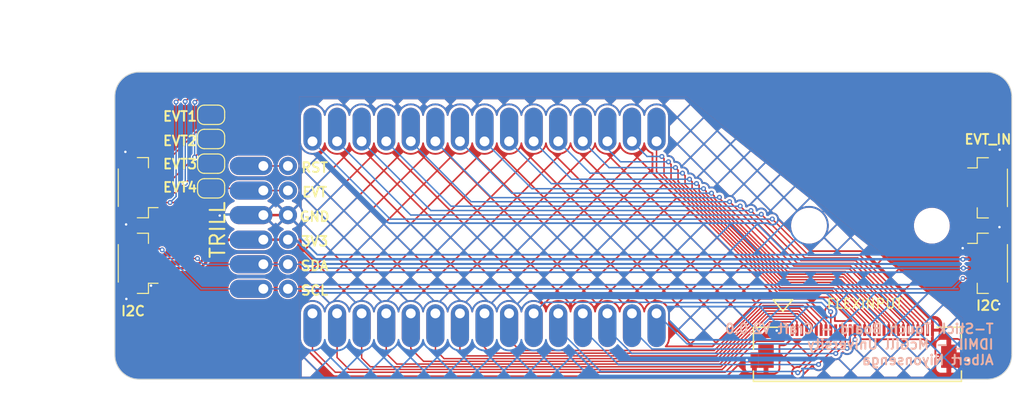
<source format=kicad_pcb>
(kicad_pcb (version 20221018) (generator pcbnew)
  (layers (0 "F.Cu" signal) (31 "B.Cu" signal) (34 "B.Paste" user) (35 "F.Paste" user) (36 "B.SilkS" user "B.Silkscreen") (37 "F.SilkS" user "F.Silkscreen") (38 "B.Mask" user) (39 "F.Mask" user) (44 "Edge.Cuts" user))
  (net 0 "")
  (net 1 "GND")
  (net 2 "/TOUCH0")
  (net 3 "/TOUCH1")
  (net 4 "/TOUCH2")
  (net 5 "/TOUCH3")
  (net 6 "/TOUCH4")
  (net 7 "/TOUCH5")
  (net 8 "/TOUCH6")
  (net 9 "/TOUCH7")
  (net 10 "/TOUCH8")
  (net 11 "/TOUCH9")
  (net 12 "/TOUCH10")
  (net 13 "/TOUCH11")
  (net 14 "/TOUCH12")
  (net 15 "/TOUCH13")
  (net 16 "/TOUCH14")
  (net 17 "/TOUCH15")
  (net 18 "/TOUCH16")
  (net 19 "/TOUCH17")
  (net 20 "/TOUCH18")
  (net 21 "/TOUCH19")
  (net 22 "/TOUCH20")
  (net 23 "/TOUCH21")
  (net 24 "/TOUCH22")
  (net 25 "/TOUCH23")
  (net 26 "/TOUCH24")
  (net 27 "/TOUCH25")
  (net 28 "/TOUCH26")
  (net 29 "/TOUCH27")
  (net 30 "/TOUCH28")
  (net 31 "/TOUCH29")
  (net 32 "/TRILL_EVT")
  (net 33 "/EVT1")
  (net 34 "/EVT2")
  (net 35 "/EVT3")
  (net 36 "/EVT4")
  (net 37 "+3V3")
  (net 38 "/SDA")
  (net 39 "/SCL")
  (net 40 "unconnected-(U1-RST-Pad30)")
  (footprint "JST Connectors:JST_SH_BM04B-SRSS-TB_1x04-1MP_P1.00mm_Vertical" (layer "F.Cu") (at 140.8 93.225 90)
    (fp_text reference "INT1" hide)
    (fp_text value "Conn_01x04")
  )
  (footprint "Jumper:SolderJumper-2_P1.3mm_Open_RoundedPad1.0x1.5mm" (layer "F.Cu") (at 148.385 90.743 180)
    (fp_text reference "JP3" hide)
    (fp_text value "SolderJumper_2_Open" hide)
  )
  (footprint "JST Connectors:JST_SH_BM04B-SRSS-TB_1x04-1MP_P1.00mm_Vertical" (layer "F.Cu") (at 228.685 93.243 -90)
    (fp_text reference "INT2" hide)
    (fp_text value "Conn_01x04")
  )
  (footprint "ffc_footprints:CON_541323262_MOL" (layer "F.Cu") (at 215.189985 110.447993)
    (fp_text reference "J1" hide)
    (fp_text value "Conn_01x32")
  )
  (footprint "MountingHole:MountingHole_3.2mm_M3_DIN965" (layer "F.Cu") (at 222.885 97.155)
    (fp_text reference "H1" hide)
    (fp_text value "MountingHole" hide)
  )
  (footprint "trill-footprints:Trill-Craft-Headers" (layer "F.Cu") (at 176.6458 97.33)
    (fp_text reference "U1" hide)
    (fp_text value "Trill_Craft" hide)
  )
  (footprint "JST Connectors:JST_SH_BM04B-SRSS-TB_1x04-1MP_P1.00mm_Vertical" (layer "F.Cu") (at 228.685 101.043 -90)
    (fp_text reference "I2C2" hide)
    (fp_text value "Conn_01x04")
  )
  (footprint "Jumper:SolderJumper-2_P1.3mm_Open_RoundedPad1.0x1.5mm" (layer "F.Cu") (at 148.385 85.693 180)
    (fp_text reference "JP1" hide)
    (fp_text value "SolderJumper_2_Open" hide)
  )
  (footprint "Jumper:SolderJumper-2_P1.3mm_Open_RoundedPad1.0x1.5mm" (layer "F.Cu") (at 148.385 93.293 180)
    (fp_text reference "JP4" hide)
    (fp_text value "SolderJumper_2_Open" hide)
  )
  (footprint "MountingHole:MountingHole_3.2mm_M3_DIN965" (layer "F.Cu") (at 210.185 97.155)
    (fp_text reference "H2" hide)
    (fp_text value "MountingHole")
  )
  (footprint "JST Connectors:JST_SH_BM04B-SRSS-TB_1x04-1MP_P1.00mm_Vertical" (layer "F.Cu") (at 140.8 101.046 90)
    (fp_text reference "I2C1" hide)
    (fp_text value "Conn_01x04")
  )
  (footprint "Jumper:SolderJumper-2_P1.3mm_Open_RoundedPad1.0x1.5mm" (layer "F.Cu") (at 148.385 88.193 180)
    (fp_text reference "JP2" hide)
    (fp_text value "SolderJumper_2_Open" hide)
  )
  (gr_arc (start 140.97 113.03) (mid 139.173949 112.286051) (end 138.43 110.49) (stroke (width 0.1)) (layer "Edge.Cuts"))
  (gr_line (start 231.14 110.49) (end 231.14 83.82) (stroke (width 0.1)) (layer "Edge.Cuts"))
  (gr_arc (start 231.14 110.49) (mid 230.396051 112.286051) (end 228.6 113.03) (stroke (width 0.1)) (layer "Edge.Cuts"))
  (gr_arc (start 228.6 81.28) (mid 230.396051 82.023949) (end 231.14 83.82) (stroke (width 0.1)) (layer "Edge.Cuts"))
  (gr_line (start 138.43 110.49) (end 138.43 83.82) (stroke (width 0.1)) (layer "Edge.Cuts"))
  (gr_arc (start 138.43 83.82) (mid 139.173949 82.023949) (end 140.97 81.28) (stroke (width 0.1)) (layer "Edge.Cuts"))
  (gr_line (start 228.6 81.28) (end 140.97 81.28) (stroke (width 0.1)) (layer "Edge.Cuts"))
  (gr_line (start 140.97 113.03) (end 228.6 113.03) (stroke (width 0.1)) (layer "Edge.Cuts"))
  (gr_text "T-Stick Touch Board - Craft V2.0.0\nIDMIL - McGill University\nAlbert Niyonsenga" (at 229.375 109.425) (layer "B.SilkS") (effects (font (size 1 1) (thickness 0.2) bold) (justify left mirror)))
  (gr_text "I2C" (at 228.685 105.41) (layer "F.SilkS") (effects (font (size 1 1) (thickness 0.2) bold)))
  (gr_text "EVT1" (at 143.305 86.443) (layer "F.SilkS") (effects (font (size 1 1) (thickness 0.2) bold) (justify left bottom)))
  (gr_text "TRILL" (at 149.06 97.593 90) (layer "F.SilkS") (effects (font (size 1.524 1.524) (thickness 0.2032))))
  (gr_text "EVT4" (at 143.305 93.773) (layer "F.SilkS") (effects (font (size 1 1) (thickness 0.2) bold) (justify left bottom)))
  (gr_text "EVT3" (at 143.305 91.368) (layer "F.SilkS") (effects (font (size 1 1) (thickness 0.2) bold) (justify left bottom)))
  (gr_text "EVT2" (at 143.305 88.968) (layer "F.SilkS") (effects (font (size 1 1) (thickness 0.2) bold) (justify left bottom)))
  (gr_text "FLEXINPUT" (at 215.95 105.225) (layer "F.SilkS") (effects (font (size 1 1))))
  (gr_text "EVT_IN" (at 228.685 88.23) (layer "F.SilkS") (effects (font (size 1 1) (thickness 0.2) bold)))
  (gr_text "I2C" (at 140.31 105.98) (layer "F.SilkS") (effects (font (size 1 1) (thickness 0.2) bold)))
  (segment (start 139.5048 90.459) (end 139.525 90.4388) (width 0.254) (layer "F.Cu") (net 1))
  (segment (start 229.87 96.058) (end 229.87 97.3) (width 0.254) (layer "F.Cu") (net 1))
  (segment (start 139.625 104.725) (end 139.625 103.871) (width 0.254) (layer "F.Cu") (net 1))
  (segment (start 227.36 99.543) (end 226.138 99.543) (width 0.254) (layer "F.Cu") (net 1))
  (segment (start 203.759593 111.049593) (end 204.539985 111.049593) (width 0.254) (layer "F.Cu") (net 1))
  (segment (start 229.845 105.25) (end 229.845 103.883) (width 0.254) (layer "F.Cu") (net 1))
  (segment (start 229.885 97.315) (end 229.885 98.243) (width 0.254) (layer "F.Cu") (net 1))
  (segment (start 226.65 111.049593) (end 225.839985 111.049593) (width 0.254) (layer "F.Cu") (net 1))
  (segment (start 229.885 96.043) (end 229.87 96.058) (width 0.254) (layer "F.Cu") (net 1))
  (segment (start 139.6 98.246) (end 139.6 96.059) (width 0.254) (layer "F.Cu") (net 1))
  (segment (start 207.440001 107.95) (end 206.9 107.95) (width 0.254) (layer "F.Cu") (net 1))
  (segment (start 229.895 89.3) (end 229.895 90.433) (width 0.254) (layer "F.Cu") (net 1))
  (segment (start 139.525 90.4388) (end 139.525 89.525) (width 0.254) (layer "F.Cu") (net 1))
  (segment (start 226.138 99.543) (end 226.07 99.475) (width 0.254) (layer "F.Cu") (net 1))
  (segment (start 139.625 103.871) (end 139.605 103.851) (width 0.254) (layer "F.Cu") (net 1))
  (segment (start 206.9 107.95) (end 206.85 108) (width 0.254) (layer "F.Cu") (net 1))
  (segment (start 156.3258 96.06) (end 153.7858 96.06) (width 0.254) (layer "F.Cu") (net 1))
  (segment (start 142.125 102.546) (end 142.125 103.3) (width 0.254) (layer "F.Cu") (net 1))
  (segment (start 229.895 90.433) (end 229.885 90.443) (width 0.254) (layer "F.Cu") (net 1))
  (segment (start 229.87 97.3) (end 229.885 97.315) (width 0.254) (layer "F.Cu") (net 1))
  (segment (start 142.125 103.3) (end 142.175 103.35) (width 0.254) (layer "F.Cu") (net 1))
  (segment (start 229.845 103.883) (end 229.885 103.843) (width 0.254) (layer "F.Cu") (net 1))
  (via (at 139.6 97.025) (size 0.508) (drill 0.254) (layers "F.Cu" "B.Cu") (net 1))
  (via (at 142.175 103.35) (size 0.508) (drill 0.254) (layers "F.Cu" "B.Cu") (net 1))
  (via (at 229.895 89.3) (size 0.508) (drill 0.254) (layers "F.Cu" "B.Cu") (net 1))
  (via (at 226.65 111.049593) (size 0.508) (drill 0.254) (layers "F.Cu" "B.Cu") (net 1))
  (via (at 149.2758 96.11) (size 0.508) (drill 0.254) (layers "F.Cu" "B.Cu") (net 1))
  (via (at 139.625 104.725) (size 0.508) (drill 0.254) (layers "F.Cu" "B.Cu") (net 1))
  (via (at 206.85 108) (size 0.508) (drill 0.254) (layers "F.Cu" "B.Cu") (net 1))
  (via (at 226.07 99.475) (size 0.508) (drill 0.254) (layers "F.Cu" "B.Cu") (net 1))
  (via (at 139.525 89.525) (size 0.508) (drill 0.254) (layers "F.Cu" "B.Cu") (net 1))
  (via (at 229.845 105.25) (size 0.508) (drill 0.254) (layers "F.Cu" "B.Cu") (net 1))
  (via (at 203.759593 111.049593) (size 0.508) (drill 0.254) (layers "F.Cu" "B.Cu") (net 1))
  (via (at 229.87 97.3) (size 0.508) (drill 0.254) (layers "F.Cu" "B.Cu") (net 1))
  (segment (start 153.705 95.993) (end 149.3928 95.993) (width 0.254) (layer "B.Cu") (net 1))
  (segment (start 149.3928 95.993) (end 149.2758 96.11) (width 0.254) (layer "B.Cu") (net 1))
  (segment (start 161.2262 112.3012) (end 158.8658 109.9408) (width 0.1524) (layer "F.Cu") (net 2))
  (segment (start 207.939999 107.95) (end 207.939999 108.7024) (width 0.1524) (layer "F.Cu") (net 2))
  (segment (start 158.8658 109.9408) (end 158.8658 106.22) (width 0.1524) (layer "F.Cu") (net 2))
  (segment (start 201.5186 112.3012) (end 161.2262 112.3012) (width 0.1524) (layer "F.Cu") (net 2))
  (segment (start 207.939999 108.7024) (end 207.542399 109.1) (width 0.1524) (layer "F.Cu") (net 2))
  (segment (start 207.542399 109.1) (end 204.7198 109.1) (width 0.1524) (layer "F.Cu") (net 2))
  (segment (start 204.7198 109.1) (end 201.5186 112.3012) (width 0.1524) (layer "F.Cu") (net 2))
  (segment (start 162.6512 112.0198) (end 201.20724 112.0198) (width 0.1524) (layer "F.Cu") (net 3))
  (segment (start 201.20724 112.0198) (end 206.12704 107.1) (width 0.1524) (layer "F.Cu") (net 3))
  (segment (start 161.4058 106.22) (end 161.4058 110.7744) (width 0.1524) (layer "F.Cu") (net 3))
  (segment (start 208.440001 107.289602) (end 208.440001 107.95) (width 0.1524) (layer "F.Cu") (net 3))
  (segment (start 208.250399 107.1) (end 208.440001 107.289602) (width 0.1524) (layer "F.Cu") (net 3))
  (segment (start 206.12704 107.1) (end 208.250399 107.1) (width 0.1524) (layer "F.Cu") (net 3))
  (segment (start 161.4058 110.7744) (end 162.6512 112.0198) (width 0.1524) (layer "F.Cu") (net 3))
  (segment (start 206.01048 106.8186) (end 201.09068 111.7384) (width 0.1524) (layer "F.Cu") (net 4))
  (segment (start 163.9458 110.833) (end 163.9458 106.22) (width 0.1524) (layer "F.Cu") (net 4))
  (segment (start 201.09068 111.7384) (end 164.8512 111.7384) (width 0.1524) (layer "F.Cu") (net 4))
  (segment (start 208.65656 106.8186) (end 206.01048 106.8186) (width 0.1524) (layer "F.Cu") (net 4))
  (segment (start 208.94 107.10204) (end 208.65656 106.8186) (width 0.1524) (layer "F.Cu") (net 4))
  (segment (start 208.94 107.95) (end 208.94 107.10204) (width 0.1524) (layer "F.Cu") (net 4))
  (segment (start 164.8512 111.7384) (end 163.9458 110.833) (width 0.1524) (layer "F.Cu") (net 4))
  (segment (start 200.97412 111.457) (end 205.89392 106.5372) (width 0.1524) (layer "F.Cu") (net 5))
  (segment (start 205.89392 106.5372) (end 208.8372 106.5372) (width 0.1524) (layer "F.Cu") (net 5))
  (segment (start 166.4858 106.22) (end 166.4858 110.3608) (width 0.1524) (layer "F.Cu") (net 5))
  (segment (start 167.582 111.457) (end 200.97412 111.457) (width 0.1524) (layer "F.Cu") (net 5))
  (segment (start 209.440002 107.140002) (end 209.440002 107.95) (width 0.1524) (layer "F.Cu") (net 5))
  (segment (start 166.4858 110.3608) (end 167.582 111.457) (width 0.1524) (layer "F.Cu") (net 5))
  (segment (start 208.8372 106.5372) (end 209.440002 107.140002) (width 0.1524) (layer "F.Cu") (net 5))
  (segment (start 169.0258 109.8502) (end 169.0258 106.22) (width 0.1524) (layer "F.Cu") (net 6))
  (segment (start 205.77736 106.2558) (end 200.85756 111.1756) (width 0.1524) (layer "F.Cu") (net 6))
  (segment (start 209.940001 107.95) (end 209.940001 107.1976) (width 0.1524) (layer "F.Cu") (net 6))
  (segment (start 200.85756 111.1756) (end 170.3512 111.1756) (width 0.1524) (layer "F.Cu") (net 6))
  (segment (start 170.3512 111.1756) (end 169.0258 109.8502) (width 0.1524) (layer "F.Cu") (net 6))
  (segment (start 209.940001 107.1976) (end 208.998201 106.2558) (width 0.1524) (layer "F.Cu") (net 6))
  (segment (start 208.998201 106.2558) (end 205.77736 106.2558) (width 0.1524) (layer "F.Cu") (net 6))
  (segment (start 210.44 107.299639) (end 210.44 107.95) (width 0.1524) (layer "F.Cu") (net 7))
  (segment (start 171.5658 108.7338) (end 171.575 108.743) (width 0.1524) (layer "F.Cu") (net 7))
  (segment (start 205.6608 105.9744) (end 209.114761 105.9744) (width 0.1524) (layer "F.Cu") (net 7))
  (segment (start 172.4692 110.8942) (end 200.741 110.8942) (width 0.1524) (layer "F.Cu") (net 7))
  (segment (start 209.114761 105.9744) (end 210.44 107.299639) (width 0.1524) (layer "F.Cu") (net 7))
  (segment (start 200.741 110.8942) (end 205.6608 105.9744) (width 0.1524) (layer "F.Cu") (net 7))
  (segment (start 171.575 110) (end 172.4692 110.8942) (width 0.1524) (layer "F.Cu") (net 7))
  (segment (start 171.575 108.743) (end 171.575 110) (width 0.1524) (layer "F.Cu") (net 7))
  (segment (start 171.5658 106.22) (end 171.5658 108.7338) (width 0.1524) (layer "F.Cu") (net 7))
  (segment (start 209.231321 105.693) (end 205.54424 105.693) (width 0.1524) (layer "F.Cu") (net 8))
  (segment (start 210.940001 107.40168) (end 209.231321 105.693) (width 0.1524) (layer "F.Cu") (net 8))
  (segment (start 200.62444 110.6128) (end 174.7128 110.6128) (width 0.1524) (layer "F.Cu") (net 8))
  (segment (start 174.1058 110.0058) (end 174.1058 106.22) (width 0.1524) (layer "F.Cu") (net 8))
  (segment (start 205.54424 105.693) (end 200.62444 110.6128) (width 0.1524) (layer "F.Cu") (net 8))
  (segment (start 174.7128 110.6128) (end 174.1058 110.0058) (width 0.1524) (layer "F.Cu") (net 8))
  (segment (start 210.940001 107.95) (end 210.940001 107.40168) (width 0.1524) (layer "F.Cu") (net 8))
  (segment (start 177.2314 110.3314) (end 200.50788 110.3314) (width 0.1524) (layer "F.Cu") (net 9))
  (segment (start 176.6458 106.22) (end 176.6458 109.7458) (width 0.1524) (layer "F.Cu") (net 9))
  (segment (start 176.6458 109.7458) (end 177.2314 110.3314) (width 0.1524) (layer "F.Cu") (net 9))
  (segment (start 200.50788 110.3314) (end 205.42768 105.4116) (width 0.1524) (layer "F.Cu") (net 9))
  (segment (start 209.562001 105.4116) (end 211.44 107.289599) (width 0.1524) (layer "F.Cu") (net 9))
  (segment (start 205.42768 105.4116) (end 209.562001 105.4116) (width 0.1524) (layer "F.Cu") (net 9))
  (segment (start 211.44 107.289599) (end 211.44 107.95) (width 0.1524) (layer "F.Cu") (net 9))
  (segment (start 211.940002 107.95) (end 211.940002 107.1976) (width 0.1524) (layer "F.Cu") (net 10))
  (segment (start 180.3012 110.05) (end 179.1858 108.9346) (width 0.1524) (layer "F.Cu") (net 10))
  (segment (start 200.39132 110.05) (end 180.3012 110.05) (width 0.1524) (layer "F.Cu") (net 10))
  (segment (start 179.1858 108.9346) (end 179.1858 106.22) (width 0.1524) (layer "F.Cu") (net 10))
  (segment (start 205.31112 105.1302) (end 200.39132 110.05) (width 0.1524) (layer "F.Cu") (net 10))
  (segment (start 211.940002 107.1976) (end 209.872602 105.1302) (width 0.1524) (layer "F.Cu") (net 10))
  (segment (start 209.872602 105.1302) (end 205.31112 105.1302) (width 0.1524) (layer "F.Cu") (net 10))
  (segment (start 212.425 106.05) (end 212.440001 106.065001) (width 0.1524) (layer "F.Cu") (net 11))
  (segment (start 212.440001 106.065001) (end 212.440001 107.95) (width 0.1524) (layer "F.Cu") (net 11))
  (via (at 212.425 106.05) (size 0.508) (drill 0.254) (layers "F.Cu" "B.Cu") (net 11))
  (segment (start 194.900075 105.075) (end 194.925075 105.1) (width 0.1524) (layer "B.Cu") (net 11))
  (segment (start 182.8708 105.075) (end 194.900075 105.075) (width 0.1524) (layer "B.Cu") (net 11))
  (segment (start 194.925075 105.1) (end 211.475 105.1) (width 0.1524) (layer "B.Cu") (net 11))
  (segment (start 211.475 105.1) (end 212.425 106.05) (width 0.1524) (layer "B.Cu") (net 11))
  (segment (start 181.7258 106.22) (end 182.8708 105.075) (width 0.1524) (layer "B.Cu") (net 11))
  (segment (start 209.200401 112.35) (end 212.94 108.610401) (width 0.1524) (layer "F.Cu") (net 12))
  (segment (start 209.025 112.35) (end 209.200401 112.35) (width 0.1524) (layer "F.Cu") (net 12))
  (segment (start 212.94 108.610401) (end 212.94 107.95) (width 0.1524) (layer "F.Cu") (net 12))
  (via (at 209.025 112.35) (size 0.508) (drill 0.254) (layers "F.Cu" "B.Cu") (net 12))
  (segment (start 208.9 112.225) (end 188.651525 112.225) (width 0.1524) (layer "B.Cu") (net 12))
  (segment (start 209.025 112.35) (end 208.9 112.225) (width 0.1524) (layer "B.Cu") (net 12))
  (segment (start 184.2658 107.839275) (end 184.2658 106.22) (width 0.1524) (layer "B.Cu") (net 12))
  (segment (start 188.651525 112.225) (end 184.2658 107.839275) (width 0.1524) (layer "B.Cu") (net 12))
  (segment (start 211.175 111.45) (end 213.440001 109.184999) (width 0.1524) (layer "F.Cu") (net 13))
  (segment (start 211.175 111.5) (end 211.175 111.45) (width 0.1524) (layer "F.Cu") (net 13))
  (segment (start 213.440001 109.184999) (end 213.440001 107.95) (width 0.1524) (layer "F.Cu") (net 13))
  (via (at 211.175 111.5) (size 0.508) (drill 0.254) (layers "F.Cu" "B.Cu") (net 13))
  (segment (start 211.166207 111.508793) (end 190.475318 111.508793) (width 0.1524) (layer "B.Cu") (net 13))
  (segment (start 186.8058 107.839275) (end 186.8058 106.22) (width 0.1524) (layer "B.Cu") (net 13))
  (segment (start 211.175 111.5) (end 211.166207 111.508793) (width 0.1524) (layer "B.Cu") (net 13))
  (segment (start 190.475318 111.508793) (end 186.8058 107.839275) (width 0.1524) (layer "B.Cu") (net 13))
  (segment (start 213.6658 109.6479) (end 213.6658 109.643493) (width 0.1524) (layer "F.Cu") (net 14))
  (segment (start 213.6658 109.643493) (end 213.934793 109.3745) (width 0.1524) (layer "F.Cu") (net 14))
  (segment (start 213.934793 109.3745) (end 213.94 109.3745) (width 0.1524) (layer "F.Cu") (net 14))
  (segment (start 212.95 110.3637) (end 213.6658 109.6479) (width 0.1524) (layer "F.Cu") (net 14))
  (segment (start 213.94 109.3745) (end 213.94 107.95) (width 0.1524) (layer "F.Cu") (net 14))
  (via (at 212.95 110.3637) (size 0.508) (drill 0.254) (layers "F.Cu" "B.Cu") (net 14))
  (segment (start 212.95 110.3637) (end 191.870225 110.3637) (width 0.1524) (layer "B.Cu") (net 14))
  (segment (start 189.3458 107.839275) (end 189.3458 106.22) (width 0.1524) (layer "B.Cu") (net 14))
  (segment (start 191.870225 110.3637) (end 189.3458 107.839275) (width 0.1524) (layer "B.Cu") (net 14))
  (segment (start 214.125 109.8337) (end 214.440002 109.518698) (width 0.1524) (layer "F.Cu") (net 15))
  (segment (start 214.440002 109.518698) (end 214.440002 107.95) (width 0.1524) (layer "F.Cu") (net 15))
  (via (at 214.125 109.8337) (size 0.508) (drill 0.254) (layers "F.Cu" "B.Cu") (net 15))
  (segment (start 214.0537 109.905) (end 193.951525 109.905) (width 0.1524) (layer "B.Cu") (net 15))
  (segment (start 214.125 109.8337) (end 214.0537 109.905) (width 0.1524) (layer "B.Cu") (net 15))
  (segment (start 191.8858 107.839275) (end 191.8858 106.22) (width 0.1524) (layer "B.Cu") (net 15))
  (segment (start 193.951525 109.905) (end 191.8858 107.839275) (width 0.1524) (layer "B.Cu") (net 15))
  (segment (start 214.940001 108.925) (end 214.940001 107.95) (width 0.1524) (layer "F.Cu") (net 16))
  (via (at 214.940001 108.925) (size 0.508) (drill 0.254) (layers "F.Cu" "B.Cu") (net 16))
  (segment (start 197.5808 109.375) (end 194.4258 106.22) (width 0.1524) (layer "B.Cu") (net 16))
  (segment (start 214.940001 108.925) (end 214.490001 109.375) (width 0.1524) (layer "B.Cu") (net 16))
  (segment (start 214.490001 109.375) (end 197.5808 109.375) (width 0.1524) (layer "B.Cu") (net 16))
  (segment (start 194.4258 88.44) (end 194.4258 91.5508) (width 0.1524) (layer "F.Cu") (net 17))
  (segment (start 212.292801 104.1424) (end 215.44 107.289599) (width 0.1524) (layer "F.Cu") (net 17))
  (segment (start 207.0174 104.1424) (end 212.292801 104.1424) (width 0.1524) (layer "F.Cu") (net 17))
  (segment (start 215.44 107.289599) (end 215.44 107.95) (width 0.1524) (layer "F.Cu") (net 17))
  (segment (start 194.4258 91.5508) (end 207.0174 104.1424) (width 0.1524) (layer "F.Cu") (net 17))
  (segment (start 194.975 90) (end 195.2 90.225) (width 0.1524) (layer "F.Cu") (net 18))
  (segment (start 215.940001 107.1976) (end 215.940001 107.95) (width 0.1524) (layer "F.Cu") (net 18))
  (segment (start 212.603401 103.861) (end 215.940001 107.1976) (width 0.1524) (layer "F.Cu") (net 18))
  (segment (start 207.13396 103.861) (end 212.603401 103.861) (width 0.1524) (layer "F.Cu") (net 18))
  (segment (start 195.2 91.92704) (end 207.13396 103.861) (width 0.1524) (layer "F.Cu") (net 18))
  (segment (start 195.2 90.225) (end 195.2 91.92704) (width 0.1524) (layer "F.Cu") (net 18))
  (via (at 194.975 90) (size 0.508) (drill 0.254) (layers "F.Cu" "B.Cu") (net 18))
  (segment (start 193.4458 90) (end 194.975 90) (width 0.1524) (layer "B.Cu") (net 18))
  (segment (start 191.8858 88.44) (end 193.4458 90) (width 0.1524) (layer "B.Cu") (net 18))
  (segment (start 195.6587 90.55) (end 195.925 90.8163) (width 0.1524) (layer "F.Cu") (net 19))
  (segment (start 212.719961 103.5796) (end 216.44 107.299639) (width 0.1524) (layer "F.Cu") (net 19))
  (segment (start 207.25052 103.5796) (end 212.719961 103.5796) (width 0.1524) (layer "F.Cu") (net 19))
  (segment (start 195.925 90.8163) (end 195.925 92.25408) (width 0.1524) (layer "F.Cu") (net 19))
  (segment (start 195.925 92.25408) (end 207.25052 103.5796) (width 0.1524) (layer "F.Cu") (net 19))
  (segment (start 216.44 107.299639) (end 216.44 107.95) (width 0.1524) (layer "F.Cu") (net 19))
  (via (at 195.6587 90.55) (size 0.508) (drill 0.254) (layers "F.Cu" "B.Cu") (net 19))
  (segment (start 189.3458 89.1958) (end 189.3458 88.44) (width 0.1524) (layer "B.Cu") (net 19))
  (segment (start 195.6587 90.55) (end 190.7 90.55) (width 0.1524) (layer "B.Cu") (net 19))
  (segment (start 190.7 90.55) (end 189.3458 89.1958) (width 0.1524) (layer "B.Cu") (net 19))
  (segment (start 196.65 92.58112) (end 207.36708 103.2982) (width 0.1524) (layer "F.Cu") (net 20))
  (segment (start 196.65 91.4163) (end 196.65 92.58112) (width 0.1524) (layer "F.Cu") (net 20))
  (segment (start 196.3837 91.15) (end 196.65 91.4163) (width 0.1524) (layer "F.Cu") (net 20))
  (segment (start 213.040602 103.2982) (end 216.940002 107.1976) (width 0.1524) (layer "F.Cu") (net 20))
  (segment (start 207.36708 103.2982) (end 213.040602 103.2982) (width 0.1524) (layer "F.Cu") (net 20))
  (segment (start 216.940002 107.1976) (end 216.940002 107.95) (width 0.1524) (layer "F.Cu") (net 20))
  (via (at 196.3837 91.15) (size 0.508) (drill 0.254) (layers "F.Cu" "B.Cu") (net 20))
  (segment (start 189.5158 91.15) (end 186.8058 88.44) (width 0.1524) (layer "B.Cu") (net 20))
  (segment (start 196.3837 91.15) (end 189.5158 91.15) (width 0.1524) (layer "B.Cu") (net 20))
  (segment (start 207.48364 103.0168) (end 213.157162 103.0168) (width 0.1524) (layer "F.Cu") (net 21))
  (segment (start 213.157162 103.0168) (end 217.440001 107.299639) (width 0.1524) (layer "F.Cu") (net 21))
  (segment (start 197.375 92.90816) (end 207.48364 103.0168) (width 0.1524) (layer "F.Cu") (net 21))
  (segment (start 197.1087 91.725) (end 197.375 91.9913) (width 0.1524) (layer "F.Cu") (net 21))
  (segment (start 197.375 91.9913) (end 197.375 92.90816) (width 0.1524) (layer "F.Cu") (net 21))
  (segment (start 217.440001 107.299639) (end 217.440001 107.95) (width 0.1524) (layer "F.Cu") (net 21))
  (via (at 197.1087 91.725) (size 0.508) (drill 0.254) (layers "F.Cu" "B.Cu") (net 21))
  (segment (start 197.1087 91.725) (end 187.5508 91.725) (width 0.1524) (layer "B.Cu") (net 21))
  (segment (start 187.5508 91.725) (end 184.2658 88.44) (width 0.1524) (layer "B.Cu") (net 21))
  (segment (start 198.1 92.6163) (end 197.8337 92.35) (width 0.1524) (layer "F.Cu") (net 22))
  (segment (start 213.4778 102.7354) (end 207.6002 102.7354) (width 0.1524) (layer "F.Cu") (net 22))
  (segment (start 207.6002 102.7354) (end 198.1 93.2352) (width 0.1524) (layer "F.Cu") (net 22))
  (segment (start 217.94 107.95) (end 217.94 107.1976) (width 0.1524) (layer "F.Cu") (net 22))
  (segment (start 217.94 107.1976) (end 213.4778 102.7354) (width 0.1524) (layer "F.Cu") (net 22))
  (segment (start 198.1 93.2352) (end 198.1 92.6163) (width 0.1524) (layer "F.Cu") (net 22))
  (via (at 197.8337 92.35) (size 0.508) (drill 0.254) (layers "F.Cu" "B.Cu") (net 22))
  (segment (start 185.6358 92.35) (end 181.7258 88.44) (width 0.1524) (layer "B.Cu") (net 22))
  (segment (start 197.8337 92.35) (end 185.6358 92.35) (width 0.1524) (layer "B.Cu") (net 22))
  (segment (start 198.825 92.975) (end 198.825 93.56224) (width 0.1524) (layer "F.Cu") (net 23))
  (segment (start 207.71676 102.454) (end 213.696401 102.454) (width 0.1524) (layer "F.Cu") (net 23))
  (segment (start 198.5587 92.8) (end 198.65 92.8) (width 0.1524) (layer "F.Cu") (net 23))
  (segment (start 198.65 92.8) (end 198.825 92.975) (width 0.1524) (layer "F.Cu") (net 23))
  (segment (start 213.696401 102.454) (end 218.440001 107.1976) (width 0.1524) (layer "F.Cu") (net 23))
  (segment (start 198.825 93.56224) (end 207.71676 102.454) (width 0.1524) (layer "F.Cu") (net 23))
  (segment (start 218.440001 107.1976) (end 218.440001 107.95) (width 0.1524) (layer "F.Cu") (net 23))
  (via (at 198.5587 92.8) (size 0.508) (drill 0.254) (layers "F.Cu" "B.Cu") (net 23))
  (segment (start 198.5495 92.8092) (end 198.5587 92.8) (width 0.1524) (layer "B.Cu") (net 23))
  (segment (start 183.555 92.8092) (end 198.5495 92.8092) (width 0.1524) (layer "B.Cu") (net 23))
  (segment (start 179.1858 88.44) (end 183.555 92.8092) (width 0.1524) (layer "B.Cu") (net 23))
  (segment (start 199.55 93.88928) (end 199.55 93.59807) (width 0.1524) (layer "F.Cu") (net 24))
  (segment (start 213.812961 102.1726) (end 207.83332 102.1726) (width 0.1524) (layer "F.Cu") (net 24))
  (segment (start 218.94 107.95) (end 218.94 107.299639) (width 0.1524) (layer "F.Cu") (net 24))
  (segment (start 199.55 93.59807) (end 199.2837 93.33177) (width 0.1524) (layer "F.Cu") (net 24))
  (segment (start 207.83332 102.1726) (end 199.55 93.88928) (width 0.1524) (layer "F.Cu") (net 24))
  (segment (start 218.94 107.299639) (end 213.812961 102.1726) (width 0.1524) (layer "F.Cu") (net 24))
  (via (at 199.2837 93.33177) (size 0.508) (drill 0.254) (layers "F.Cu" "B.Cu") (net 24))
  (segment (start 199.2837 93.33177) (end 181.53757 93.33177) (width 0.1524) (layer "B.Cu") (net 24))
  (segment (start 181.53757 93.33177) (end 176.6458 88.44) (width 0.1524) (layer "B.Cu") (net 24))
  (segment (start 200.4 94.34132) (end 207.94988 101.8912) (width 0.1524) (layer "F.Cu") (net 25))
  (segment (start 200.10471 93.79529) (end 200.4 94.09058) (width 0.1524) (layer "F.Cu") (net 25))
  (segment (start 219.440002 107.401681) (end 219.440002 107.95) (width 0.1524) (layer "F.Cu") (net 25))
  (segment (start 207.94988 101.8912) (end 213.929521 101.8912) (width 0.1524) (layer "F.Cu") (net 25))
  (segment (start 213.929521 101.8912) (end 219.440002 107.401681) (width 0.1524) (layer "F.Cu") (net 25))
  (segment (start 200.4 94.09058) (end 200.4 94.34132) (width 0.1524) (layer "F.Cu") (net 25))
  (via (at 200.10471 93.79529) (size 0.508) (drill 0.254) (layers "F.Cu" "B.Cu") (net 25))
  (segment (start 179.45677 93.79097) (end 200.10039 93.79097) (width 0.1524) (layer "B.Cu") (net 25))
  (segment (start 200.10039 93.79097) (end 200.10471 93.79529) (width 0.1524) (layer "B.Cu") (net 25))
  (segment (start 174.1058 88.44) (end 179.45677 93.79097) (width 0.1524) (layer "B.Cu") (net 25))
  (segment (start 200.92869 94.32869) (end 208.2098 101.6098) (width 0.1524) (layer "F.Cu") (net 26))
  (segment (start 200.92869 94.22131) (end 200.92869 94.32869) (width 0.1524) (layer "F.Cu") (net 26))
  (segment (start 214.352201 101.6098) (end 219.940001 107.1976) (width 0.1524) (layer "F.Cu") (net 26))
  (segment (start 219.940001 107.1976) (end 219.940001 107.95) (width 0.1524) (layer "F.Cu") (net 26))
  (segment (start 208.2098 101.6098) (end 214.352201 101.6098) (width 0.1524) (layer "F.Cu") (net 26))
  (via (at 200.92869 94.22131) (size 0.508) (drill 0.254) (layers "F.Cu" "B.Cu") (net 26))
  (segment (start 200.89551 94.25449) (end 177.38029 94.25449) (width 0.1524) (layer "B.Cu") (net 26))
  (segment (start 177.38029 94.25449) (end 171.5658 88.44) (width 0.1524) (layer "B.Cu") (net 26))
  (segment (start 200.92869 94.22131) (end 200.89551 94.25449) (width 0.1524) (layer "B.Cu") (net 26))
  (segment (start 214.468761 101.3284) (end 220.44 107.299639) (width 0.1524) (layer "F.Cu") (net 27))
  (segment (start 220.44 107.299639) (end 220.44 107.95) (width 0.1524) (layer "F.Cu") (net 27))
  (segment (start 208.62289 101.3284) (end 214.468761 101.3284) (width 0.1524) (layer "F.Cu") (net 27))
  (segment (start 201.975 94.68051) (end 208.62289 101.3284) (width 0.1524) (layer "F.Cu") (net 27))
  (via (at 201.975 94.68051) (size 0.508) (drill 0.254) (layers "F.Cu" "B.Cu") (net 27))
  (segment (start 201.975 94.68051) (end 175.26631 94.68051) (width 0.1524) (layer "B.Cu") (net 27))
  (segment (start 175.26631 94.68051) (end 169.0258 88.44) (width 0.1524) (layer "B.Cu") (net 27))
  (segment (start 208.99019 101.047) (end 203.071595 95.128405) (width 0.1524) (layer "F.Cu") (net 28))
  (segment (start 220.940001 107.1976) (end 214.789401 101.047) (width 0.1524) (layer "F.Cu") (net 28))
  (segment (start 208.99019 101.047) (end 214.789401 101.047) (width 0.1524) (layer "F.Cu") (net 28))
  (segment (start 220.940001 107.95) (end 220.940001 107.1976) (width 0.1524) (layer "F.Cu") (net 28))
  (via (at 203.071595 95.128405) (size 0.508) (drill 0.254) (layers "F.Cu" "B.Cu") (net 28))
  (segment (start 203.06029 95.13971) (end 173.18551 95.13971) (width 0.1524) (layer "B.Cu") (net 28))
  (segment (start 203.071595 95.128405) (end 203.06029 95.13971) (width 0.1524) (layer "B.Cu") (net 28))
  (segment (start 173.18551 95.13971) (end 166.4858 88.44) (width 0.1524) (layer "B.Cu") (net 28))
  (segment (start 204.183445 95.591555) (end 209.35749 100.7656) (width 0.1524) (layer "F.Cu") (net 29))
  (segment (start 221.44 107.1976) (end 221.44 107.95) (width 0.1524) (layer "F.Cu") (net 29))
  (segment (start 215.008 100.7656) (end 221.44 107.1976) (width 0.1524) (layer "F.Cu") (net 29))
  (segment (start 209.35749 100.7656) (end 215.008 100.7656) (width 0.1524) (layer "F.Cu") (net 29))
  (via (at 204.183445 95.591555) (size 0.508) (drill 0.254) (layers "F.Cu" "B.Cu") (net 29))
  (segment (start 204.183445 95.591555) (end 204.179495 95.587605) (width 0.1524) (layer "B.Cu") (net 29))
  (segment (start 171.093405 95.587605) (end 163.9458 88.44) (width 0.1524) (layer "B.Cu") (net 29))
  (segment (start 204.179495 95.587605) (end 171.093405 95.587605) (width 0.1524) (layer "B.Cu") (net 29))
  (segment (start 221.940002 107.1976) (end 215.226602 100.4842) (width 0.1524) (layer "F.Cu") (net 30))
  (segment (start 221.940002 107.95) (end 221.940002 107.1976) (width 0.1524) (layer "F.Cu") (net 30))
  (segment (start 209.7592 100.4842) (end 205.25 95.975) (width 0.1524) (layer "F.Cu") (net 30))
  (segment (start 215.226602 100.4842) (end 209.7592 100.4842) (width 0.1524) (layer "F.Cu") (net 30))
  (via (at 205.25 95.975) (size 0.508) (drill 0.254) (layers "F.Cu" "B.Cu") (net 30))
  (segment (start 169.016555 96.050755) (end 161.4058 88.44) (width 0.1524) (layer "B.Cu") (net 30))
  (segment (start 205.25 95.975) (end 205.174245 96.050755) (width 0.1524) (layer "B.Cu") (net 30))
  (segment (start 205.174245 96.050755) (end 169.016555 96.050755) (width 0.1524) (layer "B.Cu") (net 30))
  (segment (start 210.1265 100.2028) (end 215.445201 100.2028) (width 0.1524) (layer "F.Cu") (net 31))
  (segment (start 222.440001 107.1976) (end 222.440001 107.95) (width 0.1524) (layer "F.Cu") (net 31))
  (segment (start 215.445201 100.2028) (end 222.440001 107.1976) (width 0.1524) (layer "F.Cu") (net 31))
  (segment (start 206.38685 96.46315) (end 210.1265 100.2028) (width 0.1524) (layer "F.Cu") (net 31))
  (via (at 206.38685 96.46315) (size 0.508) (drill 0.254) (layers "F.Cu" "B.Cu") (net 31))
  (segment (start 158.8658 88.44) (end 166.9008 96.475) (width 0.1524) (layer "B.Cu") (net 31))
  (segment (start 166.9008 96.475) (end 206.375 96.475) (width 0.1524) (layer "B.Cu") (net 31))
  (segment (start 206.375 96.475) (end 206.38685 96.46315) (width 0.1524) (layer "B.Cu") (net 31))
  (segment (start 152.085725 93.453) (end 151.925725 93.293) (width 0.1524) (layer "F.Cu") (net 32))
  (segment (start 153.705 93.453) (end 152.085725 93.453) (width 0.1524) (layer "F.Cu") (net 32))
  (segment (start 156.3258 93.52) (end 153.7858 93.52) (width 0.1524) (layer "F.Cu") (net 32))
  (segment (start 149.035 93.293) (end 149.035 85.693) (width 0.1524) (layer "F.Cu") (net 32))
  (segment (start 151.925725 93.293) (end 149.035 93.293) (width 0.1524) (layer "F.Cu") (net 32))
  (segment (start 217.0088 94.743) (end 204.8586 82.5928) (width 0.1524) (layer "F.Cu") (net 33))
  (segment (start 142.31 91.759) (end 142.5568 91.759) (width 0.1524) (layer "F.Cu") (net 33))
  (segment (start 147.735 85.3108) (end 147.735 85.693) (width 0.1524) (layer "F.Cu") (net 33))
  (segment (start 204.8586 82.5928) (end 150.453 82.5928) (width 0.1524) (layer "F.Cu") (net 33))
  (segment (start 147.735 86.5808) (end 147.735 85.693) (width 0.1524) (layer "F.Cu") (net 33))
  (segment (start 150.453 82.5928) (end 147.735 85.3108) (width 0.1524) (layer "F.Cu") (net 33))
  (segment (start 227.265 94.743) (end 217.0088 94.743) (width 0.1524) (layer "F.Cu") (net 33))
  (segment (start 142.5568 91.759) (end 147.735 86.5808) (width 0.1524) (layer "F.Cu") (net 33))
  (segment (start 142.31 92.759) (end 143.9868 92.759) (width 0.1524) (layer "F.Cu") (net 34))
  (segment (start 143.9868 92.759) (end 146.6808 90.065) (width 0.1524) (layer "F.Cu") (net 34))
  (segment (start 146.6808 90.065) (end 147.735 89.0108) (width 0.1524) (layer "F.Cu") (net 34))
  (segment (start 148.7944 82.3114) (end 146.7058 84.4) (width 0.1524) (layer "F.Cu") (net 34))
  (segment (start 216.7988 93.743) (end 205.3672 82.3114) (width 0.1524) (layer "F.Cu") (net 34))
  (segment (start 227.265 93.743) (end 216.7988 93.743) (width 0.1524) (layer "F.Cu") (net 34))
  (segment (start 147.735 89.0108) (end 147.735 88.193) (width 0.1524) (layer "F.Cu") (net 34))
  (segment (start 205.3672 82.3114) (end 148.7944 82.3114) (width 0.1524) (layer "F.Cu") (net 34))
  (via (at 146.7058 84.4) (size 0.508) (drill 0.254) (layers "F.Cu" "B.Cu") (net 34))
  (via (at 146.6808 90.065) (size 0.508) (drill 0.254) (layers "F.Cu" "B.Cu") (net 34))
  (segment (start 146.6808 84.425) (end 146.6808 90.065) (width 0.1524) (layer "B.Cu") (net 34))
  (segment (start 146.7058 84.4) (end 146.6808 84.425) (width 0.1524) (layer "B.Cu") (net 34))
  (segment (start 227.265 92.743) (end 216.8388 92.743) (width 0.1524) (layer "F.Cu") (net 35))
  (segment (start 142.31 93.759) (end 144.719 93.759) (width 0.1524) (layer "F.Cu") (net 35))
  (segment (start 144.719 93.759) (end 147.735 90.743) (width 0.1524) (layer "F.Cu") (net 35))
  (segment (start 216.8388 92.743) (end 206.1258 82.03) (width 0.1524) (layer "F.Cu") (net 35))
  (segment (start 206.1258 82.03) (end 147.9958 82.03) (width 0.1524) (layer "F.Cu") (net 35))
  (segment (start 147.9958 82.03) (end 145.7058 84.32) (width 0.1524) (layer "F.Cu") (net 35))
  (via (at 145.7058 84.32) (size 0.508) (drill 0.254) (layers "F.Cu" "B.Cu") (net 35))
  (via (at 145.7119 92.7661) (size 0.508) (drill 0.254) (layers "F.Cu" "B.Cu") (net 35))
  (segment (start 145.7119 84.3261) (end 145.7058 84.32) (width 0.1524) (layer "B.Cu") (net 35))
  (segment (start 145.7119 92.7661) (end 145.7119 84.3261) (width 0.1524) (layer "B.Cu") (net 35))
  (segment (start 227.265 91.743) (end 217.635 91.743) (width 0.1524) (layer "F.Cu") (net 36))
  (segment (start 147.735 93.293) (end 146.269 94.759) (width 0.1524) (layer "F.Cu") (net 36))
  (segment (start 147.4158 81.73) (end 144.7658 84.38) (width 0.1524) (layer "F.Cu") (net 36))
  (segment (start 217.635 91.743) (end 207.622 81.73) (width 0.1524) (layer "F.Cu") (net 36))
  (segment (start 207.622 81.73) (end 147.4158 81.73) (width 0.1524) (layer "F.Cu") (net 36))
  (segment (start 146.269 94.759) (end 144.1458 94.759) (width 0.1524) (layer "F.Cu") (net 36))
  (segment (start 144.1458 94.759) (end 142.31 94.759) (width 0.1524) (layer "F.Cu") (net 36))
  (via (at 144.1458 94.759) (size 0.508) (drill 0.254) (layers "F.Cu" "B.Cu") (net 36))
  (via (at 144.7658 84.38) (size 0.508) (drill 0.254) (layers "F.Cu" "B.Cu") (net 36))
  (segment (start 144.7658 84.38) (end 144.7658 94.139) (width 0.1524) (layer "B.Cu") (net 36))
  (segment (start 144.7658 94.139) (end 144.1458 94.759) (width 0.1524) (layer "B.Cu") (net 36))
  (segment (start 142.125 101.546) (end 147.254 101.546) (width 0.254) (layer "F.Cu") (net 37))
  (segment (start 153.7858 98.6) (end 156.3258 98.6) (width 0.254) (layer "F.Cu") (net 37))
  (segment (start 226.177 100.543) (end 227.36 100.543) (width 0.254) (layer "F.Cu") (net 37))
  (segment (start 226.095 100.625) (end 226.177 100.543) (width 0.254) (layer "F.Cu") (net 37))
  (segment (start 147.254 101.546) (end 150.2 98.6) (width 0.254) (layer "F.Cu") (net 37))
  (segment (start 150.2 98.6) (end 153.7858 98.6) (width 0.254) (layer "F.Cu") (net 37))
  (via (at 226.095 100.625) (size 0.508) (drill 0.254) (layers "F.Cu" "B.Cu") (net 37))
  (segment (start 226.675 100.625) (end 159.16659 100.625) (width 0.254) (layer "B.Cu") (net 37))
  (segment (start 159.16659 100.625) (end 157.14159 98.6) (width 0.254) (layer "B.Cu") (net 37))
  (segment (start 146.971 100.546) (end 146.975 100.55) (width 0.1524) (layer "F.Cu") (net 38))
  (segment (start 226.145 101.543) (end 227.36 101.543) (width 0.1524) (layer "F.Cu") (net 38))
  (segment (start 142.125 100.546) (end 146.971 100.546) (width 0.1524) (layer "F.Cu") (net 38))
  (via (at 226.145 101.543) (size 0.508) (drill 0.254) (layers "F.Cu" "B.Cu") (net 38))
  (via (at 146.975 100.55) (size 0.508) (drill 0.254) (layers "F.Cu" "B.Cu") (net 38))
  (segment (start 158.025 101.543) (end 226.725 101.543) (width 0.1524) (layer "B.Cu") (net 38))
  (segment (start 153.1958 100.55) (end 153.7858 101.14) (width 0.1524) (layer "B.Cu") (net 38))
  (segment (start 146.975 100.55) (end 147.565 101.14) (width 0.1524) (layer "B.Cu") (net 38))
  (segment (start 156.7108 101.525) (end 156.3258 101.14) (width 0.1524) (layer "B.Cu") (net 38))
  (segment (start 157.622 101.14) (end 158.025 101.543) (width 0.1524) (layer "B.Cu") (net 38))
  (segment (start 147.565 101.14) (end 157.622 101.14) (width 0.1524) (layer "B.Cu") (net 38))
  (segment (start 154.1888 101.543) (end 153.1958 100.55) (width 0.1524) (layer "B.Cu") (net 38))
  (segment (start 143.221 99.546) (end 143.325 99.65) (width 0.1524) (layer "F.Cu") (net 39))
  (segment (start 227.303 102.6) (end 227.36 102.543) (width 0.1524) (layer "F.Cu") (net 39))
  (segment (start 142.125 99.546) (end 143.221 99.546) (width 0.1524) (layer "F.Cu") (net 39))
  (segment (start 226.095 102.6) (end 227.303 102.6) (width 0.1524) (layer "F.Cu") (net 39))
  (segment (start 227.36 102.543) (end 227.252 102.543) (width 0.254) (layer "F.Cu") (net 39))
  (via (at 226.095 102.6) (size 0.508) (drill 0.254) (layers "F.Cu" "B.Cu") (net 39))
  (via (at 143.325 99.65) (size 0.508) (drill 0.254) (layers "F.Cu" "B.Cu") (net 39))
  (segment (start 147.355 103.68) (end 158.275 103.68) (width 0.1524) (layer "B.Cu") (net 39))
  (segment (start 143.325 99.65) (end 147.355 103.68) (width 0.1524) (layer "B.Cu") (net 39))
  (segment (start 225.015 103.68) (end 226.095 102.6) (width 0.1524) (layer "B.Cu") (net 39))
  (segment (start 223 103.68) (end 158.275 103.68) (width 0.1524) (layer "B.Cu") (net 39))
  (segment (start 223 103.68) (end 225.595 103.68) (width 0.1524) (layer "B.Cu") (net 39))
  (segment (start 158.275 103.68) (end 156.3258 103.68) (width 0.1524) (layer "B.Cu") (net 39))
  (segment (start 156.3258 90.98) (end 153.7858 90.98) (width 0.1524) (layer "F.Cu") (net 40))
  (zone (net 1) (net_name "GND") (layers "F&B.Cu") (connect_pads (clearance 0)) (min_thickness 0.25) (fill yes (thermal_gap 0.5) (thermal_bridge_width 0.25))
    (polygon (pts (xy 157.48 113.03) (xy 136.5458 113.03) (xy 136.5458 78.03) (xy 232.41 78.03) (xy 232.41 113.03) (xy 226.06 113.03) (xy 226.06 106.68) (xy 197.5458 83.82) (xy 157.48 83.82)))
  )
  (zone (net 1) (net_name "GND") (layers "F&B.Cu") (priority 1) (connect_pads (clearance 0.25)) (min_thickness 0.17) (fill yes (mode hatch) (thermal_gap 0.5) (thermal_bridge_width 0.5) (hatch_thickness 0.17) (hatch_gap 1.778) (hatch_orientation 45) (hatch_border_algorithm hatch_thickness) (hatch_min_hole_area 0.3))
    (polygon (pts (xy 157.48 83.82) (xy 157.48 113.03) (xy 226.06 113.03) (xy 226.06 106.68) (xy 197.5458 83.82)))
  )
)
</source>
